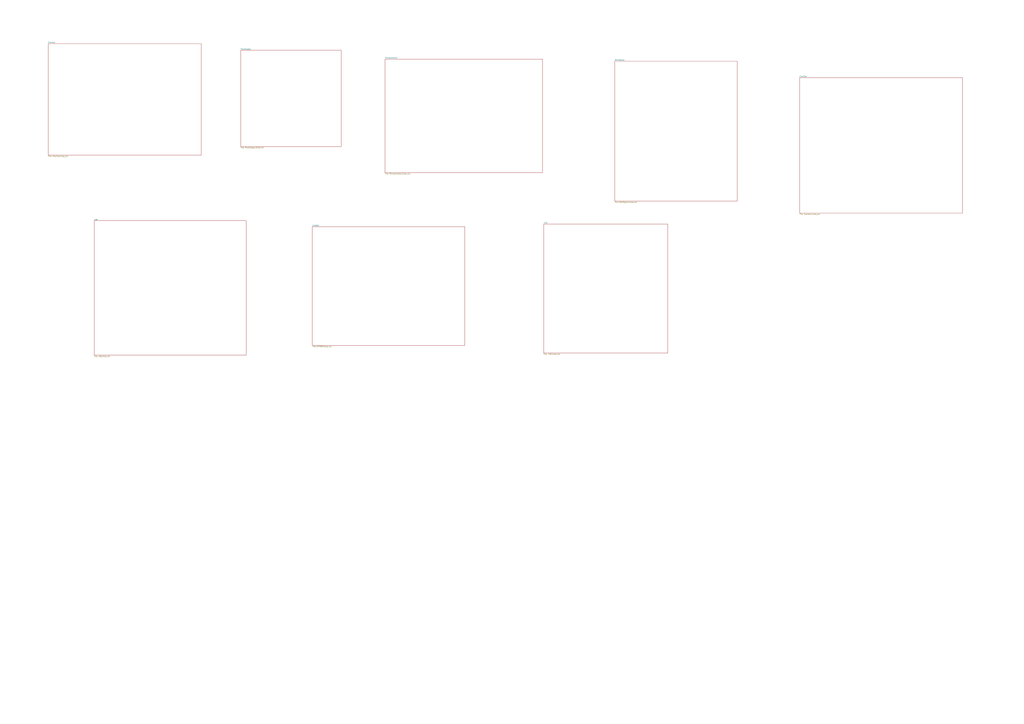
<source format=kicad_sch>
(kicad_sch
	(version 20231120)
	(generator "eeschema")
	(generator_version "8.0")
	(uuid "47a041b9-30f6-48ce-95b3-36b8012390ac")
	(paper "A0")
	(lib_symbols)
	(sheet
		(at 109.22 256.54)
		(size 176.53 156.21)
		(fields_autoplaced yes)
		(stroke
			(width 0.1524)
			(type solid)
		)
		(fill
			(color 0 0 0 0.0000)
		)
		(uuid "2702fdf7-fc70-49d2-b019-24fdf4c1748b")
		(property "Sheetname" "USB"
			(at 109.22 255.8284 0)
			(effects
				(font
					(size 1.27 1.27)
				)
				(justify left bottom)
			)
		)
		(property "Sheetfile" "USB.kicad_sch"
			(at 109.22 413.3346 0)
			(effects
				(font
					(size 1.27 1.27)
				)
				(justify left top)
			)
		)
		(instances
			(project "lan9255"
				(path "/47a041b9-30f6-48ce-95b3-36b8012390ac"
					(page "6")
				)
			)
		)
	)
	(sheet
		(at 279.4 58.42)
		(size 116.84 111.76)
		(fields_autoplaced yes)
		(stroke
			(width 0.1524)
			(type solid)
		)
		(fill
			(color 0 0 0 0.0000)
		)
		(uuid "46bd004f-7833-4e64-8574-6b22a282ea63")
		(property "Sheetname" "PowerSupply"
			(at 279.4 57.7084 0)
			(effects
				(font
					(size 1.27 1.27)
				)
				(justify left bottom)
			)
		)
		(property "Sheetfile" "PowerSupply.kicad_sch"
			(at 279.4 170.7646 0)
			(effects
				(font
					(size 1.27 1.27)
				)
				(justify left top)
			)
		)
		(instances
			(project "lan9255"
				(path "/47a041b9-30f6-48ce-95b3-36b8012390ac"
					(page "3")
				)
			)
		)
	)
	(sheet
		(at 631.19 260.35)
		(size 144.145 149.86)
		(fields_autoplaced yes)
		(stroke
			(width 0.1524)
			(type solid)
		)
		(fill
			(color 0 0 0 0.0000)
		)
		(uuid "5f9ec083-f769-4677-b053-e1b9cef459eb")
		(property "Sheetname" "JTAG"
			(at 631.19 259.6384 0)
			(effects
				(font
					(size 1.27 1.27)
				)
				(justify left bottom)
			)
		)
		(property "Sheetfile" "JTAG.kicad_sch"
			(at 631.19 410.7946 0)
			(effects
				(font
					(size 1.27 1.27)
				)
				(justify left top)
			)
		)
		(instances
			(project "lan9255"
				(path "/47a041b9-30f6-48ce-95b3-36b8012390ac"
					(page "8")
				)
			)
		)
	)
	(sheet
		(at 928.37 90.17)
		(size 189.23 157.48)
		(fields_autoplaced yes)
		(stroke
			(width 0.1524)
			(type solid)
		)
		(fill
			(color 0 0 0 0.0000)
		)
		(uuid "749f2934-ff2d-4f79-9f4e-0214bdcafe9e")
		(property "Sheetname" "ClockGen"
			(at 928.37 89.4584 0)
			(effects
				(font
					(size 1.27 1.27)
				)
				(justify left bottom)
			)
		)
		(property "Sheetfile" "ClockGen.kicad_sch"
			(at 928.37 248.2346 0)
			(effects
				(font
					(size 1.27 1.27)
				)
				(justify left top)
			)
		)
		(instances
			(project "lan9255"
				(path "/47a041b9-30f6-48ce-95b3-36b8012390ac"
					(page "9")
				)
			)
		)
	)
	(sheet
		(at 362.585 263.525)
		(size 177.165 137.795)
		(fields_autoplaced yes)
		(stroke
			(width 0.1524)
			(type solid)
		)
		(fill
			(color 0 0 0 0.0000)
		)
		(uuid "7ff9ff0b-e401-4de3-a132-5b3081785c94")
		(property "Sheetname" "EEPROM"
			(at 362.585 262.8134 0)
			(effects
				(font
					(size 1.27 1.27)
				)
				(justify left bottom)
			)
		)
		(property "Sheetfile" "EEPROM.kicad_sch"
			(at 362.585 401.9046 0)
			(effects
				(font
					(size 1.27 1.27)
				)
				(justify left top)
			)
		)
		(instances
			(project "lan9255"
				(path "/47a041b9-30f6-48ce-95b3-36b8012390ac"
					(page "7")
				)
			)
		)
	)
	(sheet
		(at 55.88 50.8)
		(size 177.8 129.54)
		(fields_autoplaced yes)
		(stroke
			(width 0.1524)
			(type solid)
		)
		(fill
			(color 0 0 0 0.0000)
		)
		(uuid "9968e272-5230-40fd-9058-e3c2910d94d5")
		(property "Sheetname" "EtherCat"
			(at 55.88 50.0884 0)
			(effects
				(font
					(size 1.27 1.27)
				)
				(justify left bottom)
			)
		)
		(property "Sheetfile" "EtherCat.kicad_sch"
			(at 55.88 180.9246 0)
			(effects
				(font
					(size 1.27 1.27)
				)
				(justify left top)
			)
		)
		(instances
			(project "lan9255"
				(path "/47a041b9-30f6-48ce-95b3-36b8012390ac"
					(page "2")
				)
			)
		)
	)
	(sheet
		(at 447.04 68.58)
		(size 182.88 132.08)
		(fields_autoplaced yes)
		(stroke
			(width 0.1524)
			(type solid)
		)
		(fill
			(color 0 0 0 0.0000)
		)
		(uuid "a77e5985-5586-423e-b38b-37e2654c3975")
		(property "Sheetname" "Microcontroller"
			(at 447.04 67.8684 0)
			(effects
				(font
					(size 1.27 1.27)
				)
				(justify left bottom)
			)
		)
		(property "Sheetfile" "Microcontroller.kicad_sch"
			(at 447.04 201.2446 0)
			(effects
				(font
					(size 1.27 1.27)
				)
				(justify left top)
			)
		)
		(instances
			(project "lan9255"
				(path "/47a041b9-30f6-48ce-95b3-36b8012390ac"
					(page "4")
				)
			)
		)
	)
	(sheet
		(at 713.74 71.12)
		(size 142.24 162.56)
		(fields_autoplaced yes)
		(stroke
			(width 0.1524)
			(type solid)
		)
		(fill
			(color 0 0 0 0.0000)
		)
		(uuid "aac34853-1c86-4ef3-b13f-dfcc03089391")
		(property "Sheetname" "MiscSignals"
			(at 713.74 70.4084 0)
			(effects
				(font
					(size 1.27 1.27)
				)
				(justify left bottom)
			)
		)
		(property "Sheetfile" "MiscSignals.kicad_sch"
			(at 713.74 234.2646 0)
			(effects
				(font
					(size 1.27 1.27)
				)
				(justify left top)
			)
		)
		(instances
			(project "lan9255"
				(path "/47a041b9-30f6-48ce-95b3-36b8012390ac"
					(page "5")
				)
			)
		)
	)
	(sheet_instances
		(path "/"
			(page "1")
		)
	)
)

</source>
